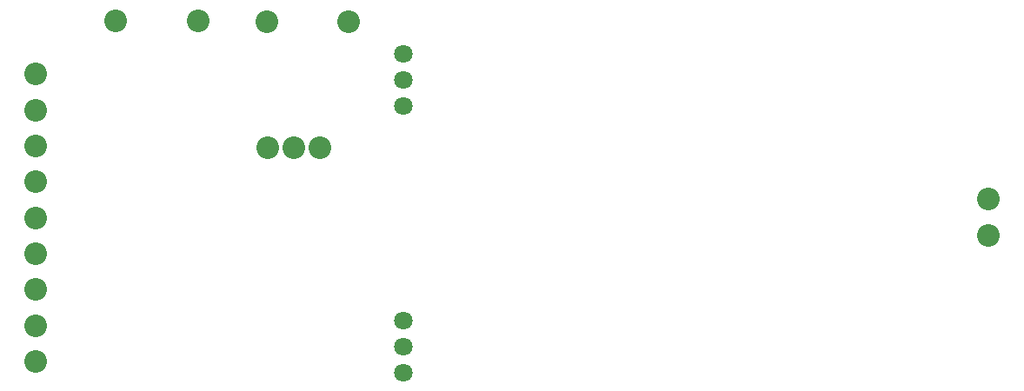
<source format=gbs>
G04 Layer_Color=16711935*
%FSLAX25Y25*%
%MOIN*%
G70*
G01*
G75*
%ADD53C,0.07099*%
%ADD54C,0.08674*%
D53*
X253150Y133150D02*
D03*
Y143150D02*
D03*
Y153150D02*
D03*
X253151Y255512D02*
D03*
Y245512D02*
D03*
Y235512D02*
D03*
D54*
X112205Y151138D02*
D03*
Y137402D02*
D03*
Y164961D02*
D03*
Y192520D02*
D03*
Y178740D02*
D03*
Y206299D02*
D03*
Y220079D02*
D03*
Y233858D02*
D03*
Y247638D02*
D03*
X232283Y267717D02*
D03*
X200787D02*
D03*
X142913Y268110D02*
D03*
X174409D02*
D03*
X477559Y185827D02*
D03*
Y199606D02*
D03*
X221260Y219291D02*
D03*
X201260D02*
D03*
X211260D02*
D03*
M02*

</source>
